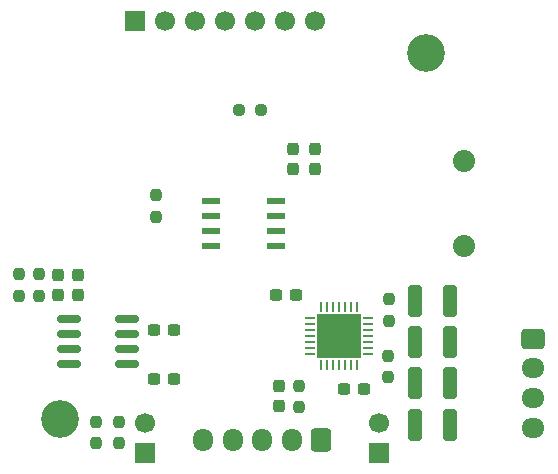
<source format=gbr>
%TF.GenerationSoftware,KiCad,Pcbnew,9.0.2*%
%TF.CreationDate,2025-07-23T20:38:51-05:00*%
%TF.ProjectId,Smart Motor,536d6172-7420-44d6-9f74-6f722e6b6963,rev?*%
%TF.SameCoordinates,Original*%
%TF.FileFunction,Soldermask,Bot*%
%TF.FilePolarity,Negative*%
%FSLAX46Y46*%
G04 Gerber Fmt 4.6, Leading zero omitted, Abs format (unit mm)*
G04 Created by KiCad (PCBNEW 9.0.2) date 2025-07-23 20:38:51*
%MOMM*%
%LPD*%
G01*
G04 APERTURE LIST*
G04 Aperture macros list*
%AMRoundRect*
0 Rectangle with rounded corners*
0 $1 Rounding radius*
0 $2 $3 $4 $5 $6 $7 $8 $9 X,Y pos of 4 corners*
0 Add a 4 corners polygon primitive as box body*
4,1,4,$2,$3,$4,$5,$6,$7,$8,$9,$2,$3,0*
0 Add four circle primitives for the rounded corners*
1,1,$1+$1,$2,$3*
1,1,$1+$1,$4,$5*
1,1,$1+$1,$6,$7*
1,1,$1+$1,$8,$9*
0 Add four rect primitives between the rounded corners*
20,1,$1+$1,$2,$3,$4,$5,0*
20,1,$1+$1,$4,$5,$6,$7,0*
20,1,$1+$1,$6,$7,$8,$9,0*
20,1,$1+$1,$8,$9,$2,$3,0*%
G04 Aperture macros list end*
%ADD10C,1.875000*%
%ADD11C,3.200000*%
%ADD12R,1.700000X1.700000*%
%ADD13C,1.700000*%
%ADD14RoundRect,0.250000X0.600000X0.725000X-0.600000X0.725000X-0.600000X-0.725000X0.600000X-0.725000X0*%
%ADD15O,1.700000X1.950000*%
%ADD16RoundRect,0.250000X-0.725000X0.600000X-0.725000X-0.600000X0.725000X-0.600000X0.725000X0.600000X0*%
%ADD17O,1.950000X1.700000*%
%ADD18RoundRect,0.237500X-0.237500X0.250000X-0.237500X-0.250000X0.237500X-0.250000X0.237500X0.250000X0*%
%ADD19RoundRect,0.062500X0.062500X-0.337500X0.062500X0.337500X-0.062500X0.337500X-0.062500X-0.337500X0*%
%ADD20RoundRect,0.062500X0.337500X-0.062500X0.337500X0.062500X-0.337500X0.062500X-0.337500X-0.062500X0*%
%ADD21R,3.700000X3.700000*%
%ADD22RoundRect,0.250000X0.325000X1.100000X-0.325000X1.100000X-0.325000X-1.100000X0.325000X-1.100000X0*%
%ADD23RoundRect,0.250000X-0.325000X-1.100000X0.325000X-1.100000X0.325000X1.100000X-0.325000X1.100000X0*%
%ADD24RoundRect,0.237500X-0.300000X-0.237500X0.300000X-0.237500X0.300000X0.237500X-0.300000X0.237500X0*%
%ADD25R,1.603000X0.558800*%
%ADD26RoundRect,0.237500X-0.237500X0.300000X-0.237500X-0.300000X0.237500X-0.300000X0.237500X0.300000X0*%
%ADD27RoundRect,0.150000X-0.825000X-0.150000X0.825000X-0.150000X0.825000X0.150000X-0.825000X0.150000X0*%
%ADD28RoundRect,0.237500X0.300000X0.237500X-0.300000X0.237500X-0.300000X-0.237500X0.300000X-0.237500X0*%
%ADD29RoundRect,0.237500X-0.250000X-0.237500X0.250000X-0.237500X0.250000X0.237500X-0.250000X0.237500X0*%
%ADD30RoundRect,0.237500X0.237500X-0.250000X0.237500X0.250000X-0.237500X0.250000X-0.237500X-0.250000X0*%
G04 APERTURE END LIST*
D10*
%TO.C,J4*%
X159700000Y-126910000D03*
X159700000Y-119690000D03*
%TD*%
D11*
%TO.C,REF\u002A\u002A*%
X125500000Y-141500000D03*
%TD*%
D12*
%TO.C,J2*%
X132700000Y-144375000D03*
D13*
X132700000Y-141835000D03*
%TD*%
D14*
%TO.C,J5*%
X147600000Y-143325000D03*
D15*
X145100000Y-143325000D03*
X142600000Y-143325000D03*
X140100000Y-143325000D03*
X137600000Y-143325000D03*
%TD*%
D12*
%TO.C,J6*%
X131840000Y-107800000D03*
D13*
X134380000Y-107800000D03*
X136920000Y-107800000D03*
X139460000Y-107800000D03*
X142000000Y-107800000D03*
X144540000Y-107800000D03*
X147080000Y-107800000D03*
%TD*%
D16*
%TO.C,J1*%
X165525000Y-134750000D03*
D17*
X165525000Y-137250000D03*
X165525000Y-139750000D03*
X165525000Y-142250000D03*
%TD*%
D12*
%TO.C,J3*%
X152500000Y-144375000D03*
D13*
X152500000Y-141835000D03*
%TD*%
D11*
%TO.C,REF\u002A\u002A*%
X156500000Y-110500000D03*
%TD*%
D18*
%TO.C,R2*%
X153300000Y-131400000D03*
X153300000Y-133225000D03*
%TD*%
%TO.C,R9*%
X130500000Y-141775000D03*
X130500000Y-143600000D03*
%TD*%
D19*
%TO.C,U2*%
X150600000Y-136950000D03*
X150100000Y-136950000D03*
X149600000Y-136950000D03*
X149100000Y-136950000D03*
X148600000Y-136950000D03*
X148100000Y-136950000D03*
X147600000Y-136950000D03*
D20*
X146650000Y-136000000D03*
X146650000Y-135500000D03*
X146650000Y-135000000D03*
X146650000Y-134500000D03*
X146650000Y-134000000D03*
X146650000Y-133500000D03*
X146650000Y-133000000D03*
D19*
X147600000Y-132050000D03*
X148100000Y-132050000D03*
X148600000Y-132050000D03*
X149100000Y-132050000D03*
X149600000Y-132050000D03*
X150100000Y-132050000D03*
X150600000Y-132050000D03*
D20*
X151550000Y-133000000D03*
X151550000Y-133500000D03*
X151550000Y-134000000D03*
X151550000Y-134500000D03*
X151550000Y-135000000D03*
X151550000Y-135500000D03*
X151550000Y-136000000D03*
D21*
X149100000Y-134500000D03*
%TD*%
D22*
%TO.C,C7*%
X158475000Y-138500000D03*
X155525000Y-138500000D03*
%TD*%
D23*
%TO.C,C6*%
X155525000Y-131500000D03*
X158475000Y-131500000D03*
%TD*%
D24*
%TO.C,C15*%
X133400000Y-138100000D03*
X135125000Y-138100000D03*
%TD*%
D18*
%TO.C,R3*%
X153250000Y-136175000D03*
X153250000Y-138000000D03*
%TD*%
D23*
%TO.C,C5*%
X155525000Y-135000000D03*
X158475000Y-135000000D03*
%TD*%
D18*
%TO.C,R6*%
X128500000Y-141775000D03*
X128500000Y-143600000D03*
%TD*%
D25*
%TO.C,U1*%
X143757300Y-123095000D03*
X143757300Y-124365000D03*
X143757300Y-125635000D03*
X143757300Y-126905000D03*
X138242700Y-126905000D03*
X138242700Y-125635000D03*
X138242700Y-124365000D03*
X138242700Y-123095000D03*
%TD*%
D26*
%TO.C,C12*%
X125333333Y-129337500D03*
X125333333Y-131062500D03*
%TD*%
D24*
%TO.C,C16*%
X133437500Y-134000000D03*
X135162500Y-134000000D03*
%TD*%
D26*
%TO.C,C2*%
X147100000Y-118675000D03*
X147100000Y-120400000D03*
%TD*%
D27*
%TO.C,U3*%
X126225000Y-136905000D03*
X126225000Y-135635000D03*
X126225000Y-134365000D03*
X126225000Y-133095000D03*
X131175000Y-133095000D03*
X131175000Y-134365000D03*
X131175000Y-135635000D03*
X131175000Y-136905000D03*
%TD*%
D26*
%TO.C,C1*%
X145200000Y-118675000D03*
X145200000Y-120400000D03*
%TD*%
%TO.C,C11*%
X127000000Y-129337500D03*
X127000000Y-131062500D03*
%TD*%
D18*
%TO.C,R7*%
X122000000Y-129287500D03*
X122000000Y-131112500D03*
%TD*%
D28*
%TO.C,C8*%
X151250000Y-139000000D03*
X149525000Y-139000000D03*
%TD*%
D26*
%TO.C,C14*%
X144000000Y-138737500D03*
X144000000Y-140462500D03*
%TD*%
D18*
%TO.C,R4*%
X133600000Y-122600000D03*
X133600000Y-124425000D03*
%TD*%
D28*
%TO.C,C3*%
X145475000Y-131000000D03*
X143750000Y-131000000D03*
%TD*%
D22*
%TO.C,C4*%
X158475000Y-142000000D03*
X155525000Y-142000000D03*
%TD*%
D29*
%TO.C,R5*%
X140675000Y-115400000D03*
X142500000Y-115400000D03*
%TD*%
D30*
%TO.C,R10*%
X145700000Y-140525000D03*
X145700000Y-138700000D03*
%TD*%
D18*
%TO.C,R8*%
X123666667Y-129287500D03*
X123666667Y-131112500D03*
%TD*%
M02*

</source>
